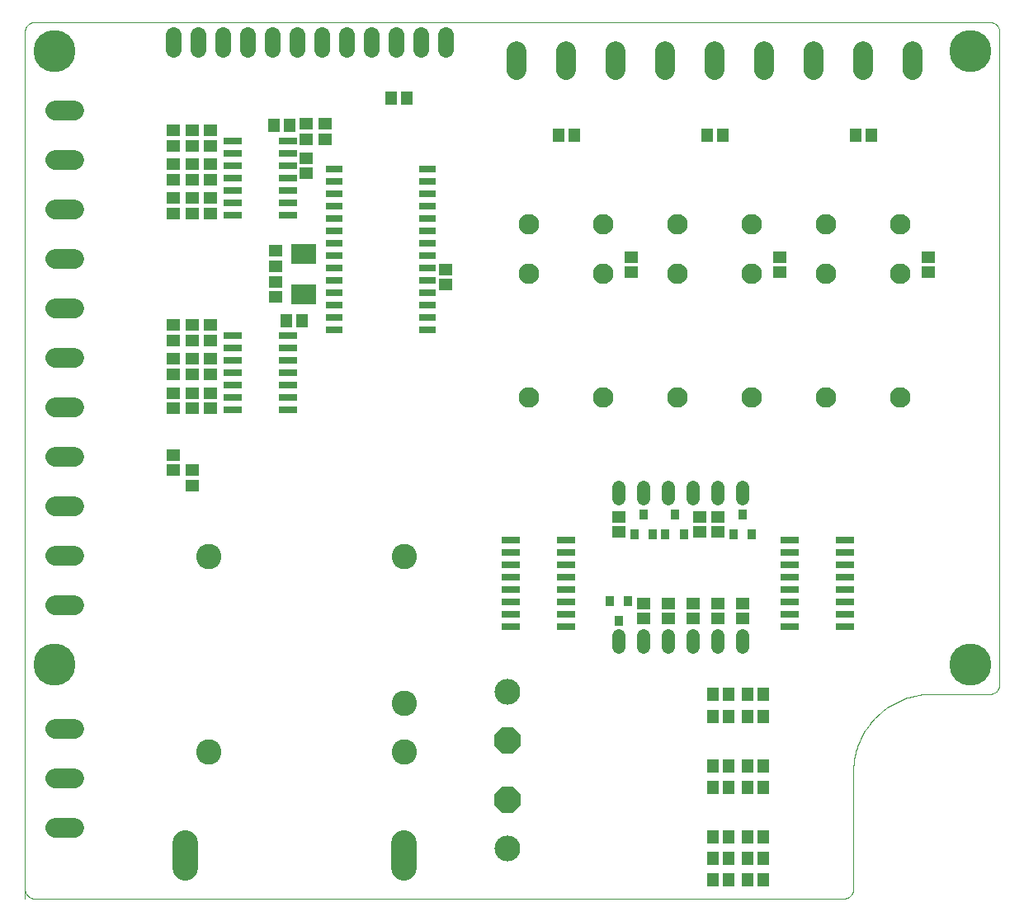
<source format=gts>
G75*
%MOIN*%
%OFA0B0*%
%FSLAX25Y25*%
%IPPOS*%
%LPD*%
%AMOC8*
5,1,8,0,0,1.08239X$1,22.5*
%
%ADD10C,0.00000*%
%ADD11C,0.08274*%
%ADD12R,0.04731X0.05518*%
%ADD13R,0.05518X0.04731*%
%ADD14R,0.07290X0.03156*%
%ADD15C,0.08077*%
%ADD16C,0.06306*%
%ADD17C,0.10243*%
%ADD18C,0.10400*%
%ADD19C,0.05200*%
%ADD20R,0.03550X0.04337*%
%ADD21R,0.07093X0.02959*%
%ADD22R,0.09849X0.07880*%
%ADD23C,0.10400*%
%ADD24OC8,0.10400*%
%ADD25C,0.00394*%
%ADD26C,0.16998*%
D10*
X0001197Y0009833D02*
X0001197Y0285424D01*
D11*
X0204947Y0282333D03*
X0204947Y0262333D03*
X0234947Y0262333D03*
X0234947Y0282333D03*
X0264947Y0282333D03*
X0264947Y0262333D03*
X0294947Y0262333D03*
X0294947Y0282333D03*
X0324947Y0282333D03*
X0324947Y0262333D03*
X0354947Y0262333D03*
X0354947Y0282333D03*
X0354947Y0212333D03*
X0324947Y0212333D03*
X0294947Y0212333D03*
X0264947Y0212333D03*
X0234947Y0212333D03*
X0204947Y0212333D03*
D12*
X0113096Y0243583D03*
X0106797Y0243583D03*
X0108096Y0322333D03*
X0101797Y0322333D03*
X0149297Y0333583D03*
X0155596Y0333583D03*
X0216797Y0318583D03*
X0223096Y0318583D03*
X0276797Y0318583D03*
X0283096Y0318583D03*
X0336797Y0318583D03*
X0343096Y0318583D03*
X0299346Y0092333D03*
X0293047Y0092333D03*
X0285596Y0092333D03*
X0279297Y0092333D03*
X0279297Y0083583D03*
X0285596Y0083583D03*
X0293047Y0083583D03*
X0299346Y0083583D03*
X0299346Y0063583D03*
X0293047Y0063583D03*
X0285596Y0063583D03*
X0279297Y0063583D03*
X0279297Y0054833D03*
X0285596Y0054833D03*
X0293047Y0054833D03*
X0299346Y0054833D03*
X0299346Y0034833D03*
X0293047Y0034833D03*
X0285596Y0034833D03*
X0279297Y0034833D03*
X0279297Y0026083D03*
X0285596Y0026083D03*
X0293047Y0026083D03*
X0299346Y0026083D03*
X0299346Y0017333D03*
X0293047Y0017333D03*
X0285596Y0017333D03*
X0279297Y0017333D03*
D13*
X0281197Y0122934D03*
X0281197Y0129233D03*
X0271197Y0129233D03*
X0271197Y0122934D03*
X0261197Y0122934D03*
X0261197Y0129233D03*
X0251197Y0129233D03*
X0251197Y0122934D03*
X0241197Y0157934D03*
X0241197Y0164233D03*
X0273697Y0164233D03*
X0281197Y0164233D03*
X0281197Y0157934D03*
X0273697Y0157934D03*
X0291197Y0129233D03*
X0291197Y0122934D03*
X0171197Y0257934D03*
X0171197Y0264233D03*
X0114947Y0302934D03*
X0114947Y0309233D03*
X0114947Y0316684D03*
X0122447Y0316684D03*
X0122447Y0322983D03*
X0114947Y0322983D03*
X0076197Y0320483D03*
X0076197Y0314184D03*
X0076197Y0306733D03*
X0076197Y0300434D03*
X0076197Y0292983D03*
X0076197Y0286684D03*
X0068697Y0286684D03*
X0068697Y0292983D03*
X0068697Y0300434D03*
X0068697Y0306733D03*
X0068697Y0314184D03*
X0068697Y0320483D03*
X0061197Y0320483D03*
X0061197Y0314184D03*
X0061197Y0306733D03*
X0061197Y0300434D03*
X0061197Y0292983D03*
X0061197Y0286684D03*
X0102447Y0271733D03*
X0102447Y0265434D03*
X0102447Y0259233D03*
X0102447Y0252934D03*
X0076197Y0241733D03*
X0076197Y0235434D03*
X0076197Y0227983D03*
X0076197Y0221684D03*
X0076197Y0214233D03*
X0076197Y0207934D03*
X0068697Y0207934D03*
X0068697Y0214233D03*
X0068697Y0221684D03*
X0068697Y0227983D03*
X0068697Y0235434D03*
X0068697Y0241733D03*
X0061197Y0241733D03*
X0061197Y0235434D03*
X0061197Y0227983D03*
X0061197Y0221684D03*
X0061197Y0214233D03*
X0061197Y0207934D03*
X0061197Y0189233D03*
X0061197Y0182934D03*
X0068697Y0182983D03*
X0068697Y0176684D03*
X0246197Y0262934D03*
X0246197Y0269233D03*
X0306197Y0269233D03*
X0306197Y0262934D03*
X0366197Y0262934D03*
X0366197Y0269233D03*
D14*
X0332319Y0154833D03*
X0332319Y0149833D03*
X0332319Y0144833D03*
X0332319Y0139833D03*
X0332319Y0134833D03*
X0332319Y0129833D03*
X0332319Y0124833D03*
X0332319Y0119833D03*
X0310075Y0119833D03*
X0310075Y0124833D03*
X0310075Y0129833D03*
X0310075Y0134833D03*
X0310075Y0139833D03*
X0310075Y0144833D03*
X0310075Y0149833D03*
X0310075Y0154833D03*
X0219819Y0154833D03*
X0219819Y0149833D03*
X0219819Y0144833D03*
X0219819Y0139833D03*
X0219819Y0134833D03*
X0219819Y0129833D03*
X0219819Y0124833D03*
X0219819Y0119833D03*
X0197575Y0119833D03*
X0197575Y0124833D03*
X0197575Y0129833D03*
X0197575Y0134833D03*
X0197575Y0139833D03*
X0197575Y0144833D03*
X0197575Y0149833D03*
X0197575Y0154833D03*
X0107319Y0207333D03*
X0107319Y0212333D03*
X0107319Y0217333D03*
X0107319Y0222333D03*
X0107319Y0227333D03*
X0107319Y0232333D03*
X0107319Y0237333D03*
X0085075Y0237333D03*
X0085075Y0232333D03*
X0085075Y0227333D03*
X0085075Y0222333D03*
X0085075Y0217333D03*
X0085075Y0212333D03*
X0085075Y0207333D03*
X0085075Y0286083D03*
X0085075Y0291083D03*
X0085075Y0296083D03*
X0085075Y0301083D03*
X0085075Y0306083D03*
X0085075Y0311083D03*
X0085075Y0316083D03*
X0107319Y0316083D03*
X0107319Y0311083D03*
X0107319Y0306083D03*
X0107319Y0301083D03*
X0107319Y0296083D03*
X0107319Y0291083D03*
X0107319Y0286083D03*
D15*
X0021285Y0288583D02*
X0013608Y0288583D01*
X0013608Y0308583D02*
X0021285Y0308583D01*
X0021285Y0328583D02*
X0013608Y0328583D01*
X0013608Y0268583D02*
X0021285Y0268583D01*
X0021285Y0248583D02*
X0013608Y0248583D01*
X0013608Y0228583D02*
X0021285Y0228583D01*
X0021285Y0208583D02*
X0013608Y0208583D01*
X0013608Y0188583D02*
X0021285Y0188583D01*
X0021285Y0168583D02*
X0013608Y0168583D01*
X0013608Y0148583D02*
X0021285Y0148583D01*
X0021285Y0128583D02*
X0013608Y0128583D01*
X0013608Y0078583D02*
X0021285Y0078583D01*
X0021285Y0058583D02*
X0013608Y0058583D01*
X0013608Y0038583D02*
X0021285Y0038583D01*
X0199947Y0344745D02*
X0199947Y0352422D01*
X0219947Y0352422D02*
X0219947Y0344745D01*
X0239947Y0344745D02*
X0239947Y0352422D01*
X0259947Y0352422D02*
X0259947Y0344745D01*
X0279947Y0344745D02*
X0279947Y0352422D01*
X0299947Y0352422D02*
X0299947Y0344745D01*
X0319947Y0344745D02*
X0319947Y0352422D01*
X0339947Y0352422D02*
X0339947Y0344745D01*
X0359947Y0344745D02*
X0359947Y0352422D01*
D16*
X0171197Y0353131D02*
X0171197Y0359036D01*
X0161197Y0359036D02*
X0161197Y0353131D01*
X0151197Y0353131D02*
X0151197Y0359036D01*
X0141197Y0359036D02*
X0141197Y0353131D01*
X0131197Y0353131D02*
X0131197Y0359036D01*
X0121197Y0359036D02*
X0121197Y0353131D01*
X0111197Y0353131D02*
X0111197Y0359036D01*
X0101197Y0359036D02*
X0101197Y0353131D01*
X0091197Y0353131D02*
X0091197Y0359036D01*
X0081197Y0359036D02*
X0081197Y0353131D01*
X0071197Y0353131D02*
X0071197Y0359036D01*
X0061197Y0359036D02*
X0061197Y0353131D01*
D17*
X0075577Y0147953D03*
X0154317Y0147953D03*
X0154317Y0088898D03*
X0154317Y0069213D03*
X0075577Y0069213D03*
D18*
X0065647Y0032333D02*
X0065647Y0022333D01*
X0154247Y0022333D02*
X0154247Y0032333D01*
D19*
X0241039Y0111292D02*
X0241039Y0116092D01*
X0251039Y0116092D02*
X0251039Y0111292D01*
X0261039Y0111292D02*
X0261039Y0116092D01*
X0271039Y0116092D02*
X0271039Y0111292D01*
X0281039Y0111292D02*
X0281039Y0116092D01*
X0291039Y0116092D02*
X0291039Y0111292D01*
X0291039Y0171292D02*
X0291039Y0176092D01*
X0281039Y0176092D02*
X0281039Y0171292D01*
X0271039Y0171292D02*
X0271039Y0176092D01*
X0261039Y0176092D02*
X0261039Y0171292D01*
X0251039Y0171292D02*
X0251039Y0176092D01*
X0241039Y0176092D02*
X0241039Y0171292D01*
D20*
X0251197Y0165020D03*
X0254937Y0157146D03*
X0259957Y0157146D03*
X0267437Y0157146D03*
X0263697Y0165020D03*
X0247457Y0157146D03*
X0244937Y0130020D03*
X0237457Y0130020D03*
X0241197Y0122146D03*
X0287457Y0157146D03*
X0294937Y0157146D03*
X0291197Y0165020D03*
D21*
X0163766Y0239833D03*
X0163766Y0244833D03*
X0163766Y0249833D03*
X0163766Y0254833D03*
X0163766Y0259833D03*
X0163766Y0264833D03*
X0163766Y0269833D03*
X0163766Y0274833D03*
X0163766Y0279833D03*
X0163766Y0284833D03*
X0163766Y0289833D03*
X0163766Y0294833D03*
X0163766Y0299833D03*
X0163766Y0304833D03*
X0126128Y0304833D03*
X0126128Y0299833D03*
X0126128Y0294833D03*
X0126128Y0289833D03*
X0126128Y0284833D03*
X0126128Y0279833D03*
X0126128Y0274833D03*
X0126128Y0269833D03*
X0126128Y0264833D03*
X0126128Y0259833D03*
X0126128Y0254833D03*
X0126128Y0249833D03*
X0126128Y0244833D03*
X0126128Y0239833D03*
D22*
X0113697Y0254262D03*
X0113697Y0270404D03*
D23*
X0196197Y0093426D03*
X0196197Y0029991D03*
D24*
X0196197Y0049676D03*
X0196197Y0073741D03*
D25*
X0331906Y0009833D02*
X0332030Y0009835D01*
X0332153Y0009841D01*
X0332277Y0009850D01*
X0332399Y0009864D01*
X0332522Y0009881D01*
X0332644Y0009903D01*
X0332765Y0009928D01*
X0332885Y0009957D01*
X0333004Y0009989D01*
X0333123Y0010026D01*
X0333240Y0010066D01*
X0333355Y0010109D01*
X0333470Y0010157D01*
X0333582Y0010208D01*
X0333693Y0010262D01*
X0333803Y0010320D01*
X0333910Y0010381D01*
X0334016Y0010446D01*
X0334119Y0010514D01*
X0334220Y0010585D01*
X0334319Y0010659D01*
X0334416Y0010736D01*
X0334510Y0010817D01*
X0334601Y0010900D01*
X0334690Y0010986D01*
X0334776Y0011075D01*
X0334859Y0011166D01*
X0334940Y0011260D01*
X0335017Y0011357D01*
X0335091Y0011456D01*
X0335162Y0011557D01*
X0335230Y0011660D01*
X0335295Y0011766D01*
X0335356Y0011873D01*
X0335414Y0011983D01*
X0335468Y0012094D01*
X0335519Y0012206D01*
X0335567Y0012321D01*
X0335610Y0012436D01*
X0335650Y0012553D01*
X0335687Y0012672D01*
X0335719Y0012791D01*
X0335748Y0012911D01*
X0335773Y0013032D01*
X0335795Y0013154D01*
X0335812Y0013277D01*
X0335826Y0013399D01*
X0335835Y0013523D01*
X0335841Y0013646D01*
X0335843Y0013770D01*
X0335843Y0061014D01*
X0335852Y0061775D01*
X0335880Y0062536D01*
X0335926Y0063295D01*
X0335990Y0064054D01*
X0336073Y0064810D01*
X0336174Y0065565D01*
X0336293Y0066317D01*
X0336430Y0067065D01*
X0336585Y0067810D01*
X0336758Y0068551D01*
X0336949Y0069288D01*
X0337158Y0070020D01*
X0337385Y0070747D01*
X0337628Y0071468D01*
X0337890Y0072183D01*
X0338168Y0072891D01*
X0338464Y0073592D01*
X0338776Y0074286D01*
X0339105Y0074973D01*
X0339451Y0075651D01*
X0339813Y0076321D01*
X0340190Y0076981D01*
X0340584Y0077633D01*
X0340994Y0078274D01*
X0341418Y0078906D01*
X0341858Y0079527D01*
X0342313Y0080137D01*
X0342782Y0080736D01*
X0343266Y0081324D01*
X0343764Y0081900D01*
X0344275Y0082463D01*
X0344800Y0083014D01*
X0345339Y0083553D01*
X0345890Y0084078D01*
X0346453Y0084589D01*
X0347029Y0085087D01*
X0347617Y0085571D01*
X0348216Y0086040D01*
X0348826Y0086495D01*
X0349447Y0086935D01*
X0350079Y0087359D01*
X0350720Y0087769D01*
X0351372Y0088163D01*
X0352032Y0088540D01*
X0352702Y0088902D01*
X0353380Y0089248D01*
X0354067Y0089577D01*
X0354761Y0089889D01*
X0355462Y0090185D01*
X0356170Y0090463D01*
X0356885Y0090725D01*
X0357606Y0090968D01*
X0358333Y0091195D01*
X0359065Y0091404D01*
X0359802Y0091595D01*
X0360543Y0091768D01*
X0361288Y0091923D01*
X0362036Y0092060D01*
X0362788Y0092179D01*
X0363543Y0092280D01*
X0364299Y0092363D01*
X0365058Y0092427D01*
X0365817Y0092473D01*
X0366578Y0092501D01*
X0367339Y0092510D01*
X0390961Y0092510D01*
X0390961Y0092511D02*
X0391085Y0092513D01*
X0391208Y0092519D01*
X0391332Y0092528D01*
X0391454Y0092542D01*
X0391577Y0092559D01*
X0391699Y0092581D01*
X0391820Y0092606D01*
X0391940Y0092635D01*
X0392059Y0092667D01*
X0392178Y0092704D01*
X0392295Y0092744D01*
X0392410Y0092787D01*
X0392525Y0092835D01*
X0392637Y0092886D01*
X0392748Y0092940D01*
X0392858Y0092998D01*
X0392965Y0093059D01*
X0393071Y0093124D01*
X0393174Y0093192D01*
X0393275Y0093263D01*
X0393374Y0093337D01*
X0393471Y0093414D01*
X0393565Y0093495D01*
X0393656Y0093578D01*
X0393745Y0093664D01*
X0393831Y0093753D01*
X0393914Y0093844D01*
X0393995Y0093938D01*
X0394072Y0094035D01*
X0394146Y0094134D01*
X0394217Y0094235D01*
X0394285Y0094338D01*
X0394350Y0094444D01*
X0394411Y0094551D01*
X0394469Y0094661D01*
X0394523Y0094772D01*
X0394574Y0094884D01*
X0394622Y0094999D01*
X0394665Y0095114D01*
X0394705Y0095231D01*
X0394742Y0095350D01*
X0394774Y0095469D01*
X0394803Y0095589D01*
X0394828Y0095710D01*
X0394850Y0095832D01*
X0394867Y0095955D01*
X0394881Y0096077D01*
X0394890Y0096201D01*
X0394896Y0096324D01*
X0394898Y0096448D01*
X0394898Y0360227D01*
X0394896Y0360351D01*
X0394890Y0360474D01*
X0394881Y0360598D01*
X0394867Y0360720D01*
X0394850Y0360843D01*
X0394828Y0360965D01*
X0394803Y0361086D01*
X0394774Y0361206D01*
X0394742Y0361325D01*
X0394705Y0361444D01*
X0394665Y0361561D01*
X0394622Y0361676D01*
X0394574Y0361791D01*
X0394523Y0361903D01*
X0394469Y0362014D01*
X0394411Y0362124D01*
X0394350Y0362231D01*
X0394285Y0362337D01*
X0394217Y0362440D01*
X0394146Y0362541D01*
X0394072Y0362640D01*
X0393995Y0362737D01*
X0393914Y0362831D01*
X0393831Y0362922D01*
X0393745Y0363011D01*
X0393656Y0363097D01*
X0393565Y0363180D01*
X0393471Y0363261D01*
X0393374Y0363338D01*
X0393275Y0363412D01*
X0393174Y0363483D01*
X0393071Y0363551D01*
X0392965Y0363616D01*
X0392858Y0363677D01*
X0392748Y0363735D01*
X0392637Y0363789D01*
X0392525Y0363840D01*
X0392410Y0363888D01*
X0392295Y0363931D01*
X0392178Y0363971D01*
X0392059Y0364008D01*
X0391940Y0364040D01*
X0391820Y0364069D01*
X0391699Y0364094D01*
X0391577Y0364116D01*
X0391454Y0364133D01*
X0391332Y0364147D01*
X0391208Y0364156D01*
X0391085Y0364162D01*
X0390961Y0364164D01*
X0005134Y0364164D01*
X0005010Y0364162D01*
X0004887Y0364156D01*
X0004763Y0364147D01*
X0004641Y0364133D01*
X0004518Y0364116D01*
X0004396Y0364094D01*
X0004275Y0364069D01*
X0004155Y0364040D01*
X0004036Y0364008D01*
X0003917Y0363971D01*
X0003800Y0363931D01*
X0003685Y0363888D01*
X0003570Y0363840D01*
X0003458Y0363789D01*
X0003347Y0363735D01*
X0003237Y0363677D01*
X0003130Y0363616D01*
X0003024Y0363551D01*
X0002921Y0363483D01*
X0002820Y0363412D01*
X0002721Y0363338D01*
X0002624Y0363261D01*
X0002530Y0363180D01*
X0002439Y0363097D01*
X0002350Y0363011D01*
X0002264Y0362922D01*
X0002181Y0362831D01*
X0002100Y0362737D01*
X0002023Y0362640D01*
X0001949Y0362541D01*
X0001878Y0362440D01*
X0001810Y0362337D01*
X0001745Y0362231D01*
X0001684Y0362124D01*
X0001626Y0362014D01*
X0001572Y0361903D01*
X0001521Y0361791D01*
X0001473Y0361676D01*
X0001430Y0361561D01*
X0001390Y0361444D01*
X0001353Y0361325D01*
X0001321Y0361206D01*
X0001292Y0361086D01*
X0001267Y0360965D01*
X0001245Y0360843D01*
X0001228Y0360720D01*
X0001214Y0360598D01*
X0001205Y0360474D01*
X0001199Y0360351D01*
X0001197Y0360227D01*
X0001197Y0013770D01*
X0001199Y0013646D01*
X0001205Y0013523D01*
X0001214Y0013399D01*
X0001228Y0013277D01*
X0001245Y0013154D01*
X0001267Y0013032D01*
X0001292Y0012911D01*
X0001321Y0012791D01*
X0001353Y0012672D01*
X0001390Y0012553D01*
X0001430Y0012436D01*
X0001473Y0012321D01*
X0001521Y0012206D01*
X0001572Y0012094D01*
X0001626Y0011983D01*
X0001684Y0011873D01*
X0001745Y0011766D01*
X0001810Y0011660D01*
X0001878Y0011557D01*
X0001949Y0011456D01*
X0002023Y0011357D01*
X0002100Y0011260D01*
X0002181Y0011166D01*
X0002264Y0011075D01*
X0002350Y0010986D01*
X0002439Y0010900D01*
X0002530Y0010817D01*
X0002624Y0010736D01*
X0002721Y0010659D01*
X0002820Y0010585D01*
X0002921Y0010514D01*
X0003024Y0010446D01*
X0003130Y0010381D01*
X0003237Y0010320D01*
X0003347Y0010262D01*
X0003458Y0010208D01*
X0003570Y0010157D01*
X0003685Y0010109D01*
X0003800Y0010066D01*
X0003917Y0010026D01*
X0004036Y0009989D01*
X0004155Y0009957D01*
X0004275Y0009928D01*
X0004396Y0009903D01*
X0004518Y0009881D01*
X0004641Y0009864D01*
X0004763Y0009850D01*
X0004887Y0009841D01*
X0005010Y0009835D01*
X0005134Y0009833D01*
X0331906Y0009833D01*
D26*
X0383087Y0104322D03*
X0383087Y0352353D03*
X0013008Y0352353D03*
X0013008Y0104322D03*
M02*

</source>
